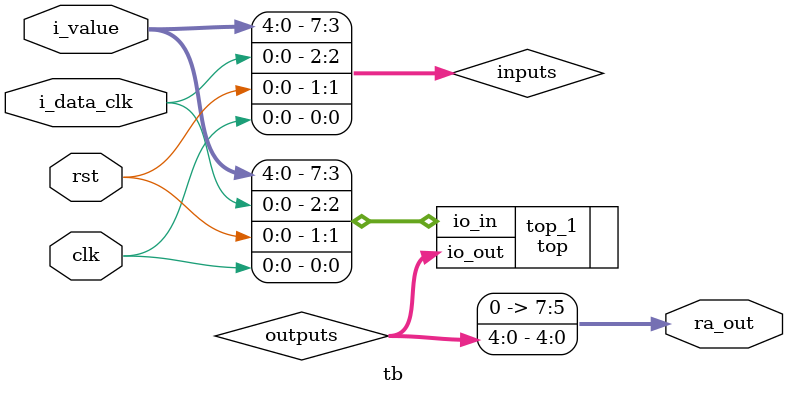
<source format=v>
`default_nettype none
`timescale 1ns/1ps

/*
this testbench just instantiates the module and makes some convenient wires
that can be driven / tested by the cocotb test.py
*/

module tb (
    // testbench is controlled by test.py
    input clk,
    input rst,
    input i_data_clk,
    input [4:0] i_value,
    output [7:0] ra_out
   );

    // this part dumps the trace to a vcd file that can be viewed with GTKWave
    initial begin
        $dumpfile ("tb.vcd");
        $dumpvars (0, tb);
        #1;
    end

    // wire up the inputs and outputs
    wire [7:0] inputs = {i_value[4:0], i_data_clk, rst, clk};
    wire [7:0] outputs;
    assign ra_out[7:0] = {3'b000, outputs[4:0]}; // NOTE: ra_out in place of segments, replace in test.py

    // instantiate the DUT
    top #(.RA_SIZE(8), .BITS_PER_ELEM(5)) top_1(
        .io_in  (inputs),
        .io_out (outputs)
        );

endmodule

</source>
